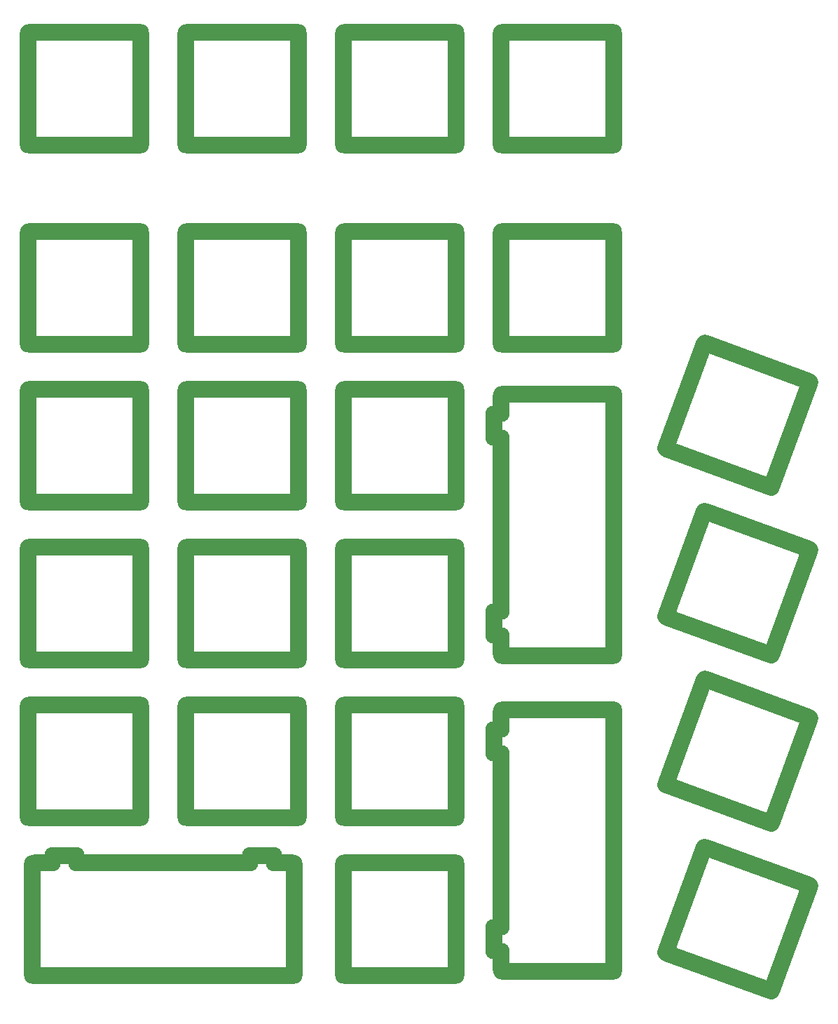
<source format=gbl>
G04 #@! TF.GenerationSoftware,KiCad,Pcbnew,(5.1.5)-3*
G04 #@! TF.CreationDate,2021-03-06T02:00:21+09:00*
G04 #@! TF.ProjectId,Getta25,47657474-6132-4352-9e6b-696361645f70,rev?*
G04 #@! TF.SameCoordinates,Original*
G04 #@! TF.FileFunction,Copper,L2,Bot*
G04 #@! TF.FilePolarity,Positive*
%FSLAX46Y46*%
G04 Gerber Fmt 4.6, Leading zero omitted, Abs format (unit mm)*
G04 Created by KiCad (PCBNEW (5.1.5)-3) date 2021-03-06 02:00:21*
%MOMM*%
%LPD*%
G04 APERTURE LIST*
%ADD10O,2.000000X15.500000*%
%ADD11O,15.500000X2.000000*%
%ADD12C,2.000000*%
%ADD13O,33.500000X2.000000*%
%ADD14O,22.900000X2.000000*%
%ADD15O,4.000000X2.000000*%
%ADD16O,4.700000X2.000000*%
%ADD17O,2.000000X2.900000*%
%ADD18O,2.000000X4.000000*%
%ADD19O,2.000000X4.700000*%
%ADD20O,2.900000X2.000000*%
%ADD21O,2.000000X22.900000*%
%ADD22O,2.000000X33.500000*%
G04 APERTURE END LIST*
D10*
X80150000Y-67600000D03*
X66550000Y-67600000D03*
D11*
X73350000Y-74400000D03*
X73350000Y-60800000D03*
D10*
X99200000Y-24500000D03*
X85600000Y-24500000D03*
D11*
X92400000Y-31300000D03*
X92400000Y-17700000D03*
D12*
X105501454Y-128767188D02*
X110118726Y-116081338D01*
X118281274Y-133418662D02*
X122898546Y-120732812D01*
X122868662Y-120668726D02*
X110182812Y-116051454D01*
X118217188Y-133448546D02*
X105531338Y-128831274D01*
D10*
X42050000Y-105700000D03*
X28450000Y-105700000D03*
D11*
X35250000Y-112500000D03*
X35250000Y-98900000D03*
D10*
X61100000Y-105700000D03*
X47500000Y-105700000D03*
D11*
X54300000Y-112500000D03*
X54300000Y-98900000D03*
D10*
X80150000Y-105700000D03*
X66550000Y-105700000D03*
D11*
X73350000Y-112500000D03*
X73350000Y-98900000D03*
D12*
X105501454Y-108487188D02*
X110118726Y-95801338D01*
X118281274Y-113138662D02*
X122898546Y-100452812D01*
X122868662Y-100388726D02*
X110182812Y-95771454D01*
X118217188Y-113168546D02*
X105531338Y-108551274D01*
D10*
X61100000Y-86650000D03*
X47500000Y-86650000D03*
D11*
X54300000Y-93450000D03*
X54300000Y-79850000D03*
D10*
X80150000Y-86650000D03*
X66550000Y-86650000D03*
D11*
X73350000Y-93450000D03*
X73350000Y-79850000D03*
D12*
X105501454Y-88197188D02*
X110118726Y-75511338D01*
X118281274Y-92848662D02*
X122898546Y-80162812D01*
X122868662Y-80098726D02*
X110182812Y-75481454D01*
X118217188Y-92878546D02*
X105531338Y-88261274D01*
D10*
X42050000Y-67600000D03*
X28450000Y-67600000D03*
D11*
X35250000Y-74400000D03*
X35250000Y-60800000D03*
D12*
X105501454Y-67917188D02*
X110118726Y-55231338D01*
X118281274Y-72568662D02*
X122898546Y-59882812D01*
X122868662Y-59818726D02*
X110182812Y-55201454D01*
X118217188Y-72598546D02*
X105531338Y-67981274D01*
D10*
X42050000Y-48550000D03*
X28450000Y-48550000D03*
D11*
X35250000Y-55350000D03*
X35250000Y-41750000D03*
D10*
X61100000Y-48550000D03*
X47500000Y-48550000D03*
D11*
X54300000Y-55350000D03*
X54300000Y-41750000D03*
D10*
X80150000Y-48550000D03*
X66550000Y-48550000D03*
D11*
X73350000Y-55350000D03*
X73350000Y-41750000D03*
D10*
X99200000Y-48550000D03*
X85600000Y-48550000D03*
D11*
X92400000Y-55350000D03*
X92400000Y-41750000D03*
D10*
X42050000Y-24500000D03*
X28450000Y-24500000D03*
D11*
X35250000Y-31300000D03*
X35250000Y-17700000D03*
D10*
X61100000Y-24500000D03*
X47500000Y-24500000D03*
D11*
X54300000Y-31300000D03*
X54300000Y-17700000D03*
D10*
X80150000Y-24500000D03*
X66550000Y-24500000D03*
D11*
X73350000Y-31300000D03*
X73350000Y-17700000D03*
D10*
X42050000Y-86650000D03*
X28450000Y-86650000D03*
D11*
X35250000Y-93450000D03*
X35250000Y-79850000D03*
D10*
X61100000Y-67600000D03*
X47500000Y-67600000D03*
D11*
X54300000Y-74400000D03*
X54300000Y-60800000D03*
D10*
X80150000Y-124750000D03*
X66550000Y-124750000D03*
D11*
X73350000Y-131550000D03*
X73350000Y-117950000D03*
D13*
X44775000Y-131550000D03*
D14*
X44775000Y-117950000D03*
D15*
X59375000Y-117950000D03*
D10*
X28975000Y-124750000D03*
X60575000Y-124750000D03*
D16*
X56725000Y-117050000D03*
D17*
X58175000Y-117500000D03*
X55275000Y-117500000D03*
X31375000Y-117500000D03*
X34275000Y-117500000D03*
D16*
X32825000Y-117050000D03*
D15*
X30175000Y-117950000D03*
D18*
X85600000Y-129825000D03*
D19*
X84700000Y-127175000D03*
D20*
X85150000Y-125725000D03*
X85150000Y-128625000D03*
X85150000Y-104725000D03*
X85150000Y-101825000D03*
D19*
X84700000Y-103275000D03*
D11*
X92400000Y-99425000D03*
X92400000Y-131025000D03*
D18*
X85600000Y-100625000D03*
D21*
X85600000Y-115225000D03*
D22*
X99200000Y-115225000D03*
X99200000Y-77125000D03*
D21*
X85600000Y-77125000D03*
D18*
X85600000Y-62525000D03*
D11*
X92400000Y-92925000D03*
X92400000Y-61325000D03*
D19*
X84700000Y-65175000D03*
D20*
X85150000Y-63725000D03*
X85150000Y-66625000D03*
X85150000Y-90525000D03*
X85150000Y-87625000D03*
D19*
X84700000Y-89075000D03*
D18*
X85600000Y-91725000D03*
M02*

</source>
